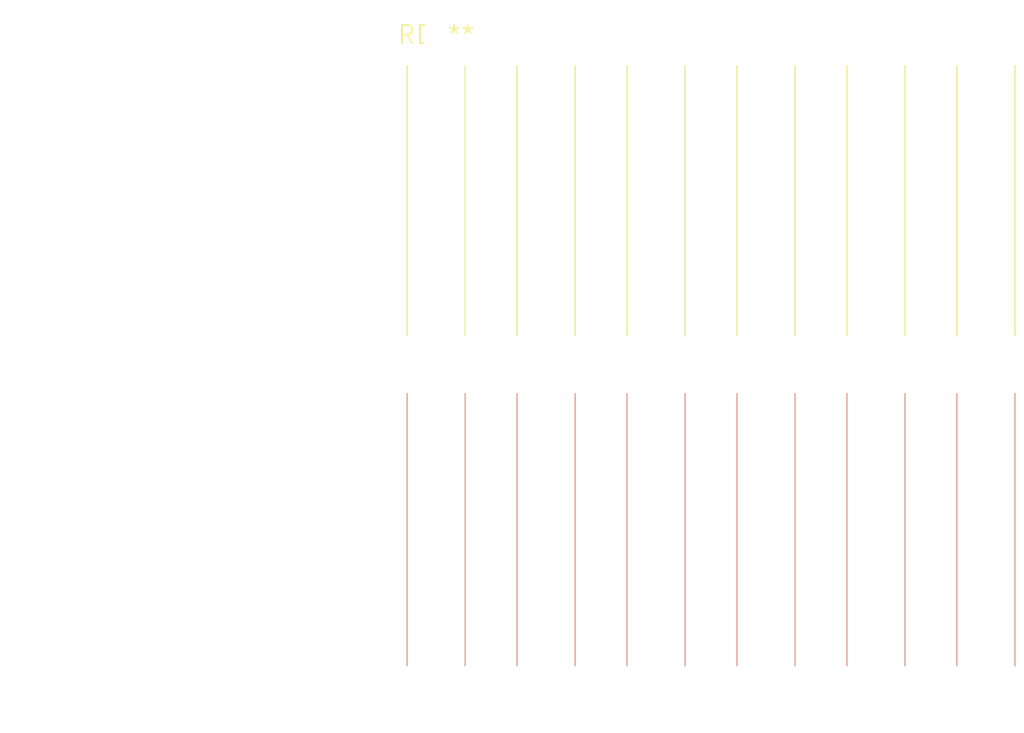
<source format=kicad_pcb>
(kicad_pcb (version 20240108) (generator pcbnew)
  (layers (0 "F.Cu" signal) (31 "B.Cu" signal) (34 "B.Paste" user) (35 "F.Paste" user) (36 "B.SilkS" user "B.Silkscreen") (37 "F.SilkS" user "F.Silkscreen") (38 "B.Mask" user) (39 "F.Mask" user) (44 "Edge.Cuts" user))
  (net 0 "")
  (footprint "SolderWire-1.5sqmm_1x06_P7.8mm_D1.7mm_OD3.9mm_Relief2x" (layer "F.Cu") (at 0 0)
    (property "Reference" "REF**")
    (property "Value" "SolderWire-1.5sqmm_1x06_P7.8mm_D1.7mm_OD3.9mm_Relief2x")
    (fp_line (start -2.06 25.46) (end -2.06 44.74) (layer "B.SilkS") (stroke (width 0.12)))
    (fp_line (start 2.06 25.46) (end 2.06 44.74) (layer "B.SilkS") (stroke (width 0.12)))
    (fp_line (start 5.74 25.46) (end 5.74 44.74) (layer "B.SilkS") (stroke (width 0.12)))
    (fp_line (start 9.86 25.46) (end 9.86 44.74) (layer "B.SilkS") (stroke (width 0.12)))
    (fp_line (start 13.54 25.46) (end 13.54 44.74) (layer "B.SilkS") (stroke (width 0.12)))
    (fp_line (start 17.66 25.46) (end 17.66 44.74) (layer "B.SilkS") (stroke (width 0.12)))
    (fp_line (start 21.34 25.46) (end 21.34 44.74) (layer "B.SilkS") (stroke (width 0.12)))
    (fp_line (start 25.46 25.46) (end 25.46 44.74) (layer "B.SilkS") (stroke (width 0.12)))
    (fp_line (start 29.14 25.46) (end 29.14 44.74) (layer "B.SilkS") (stroke (width 0.12)))
    (fp_line (start 33.26 25.46) (end 33.26 44.74) (layer "B.SilkS") (stroke (width 0.12)))
    (fp_line (start 36.94 25.46) (end 36.94 44.74) (layer "B.SilkS") (stroke (width 0.12)))
    (fp_line (start 41.06 25.46) (end 41.06 44.74) (layer "B.SilkS") (stroke (width 0.12)))
    (fp_line (start -2.06 2.21) (end -2.06 21.34) (layer "F.SilkS") (stroke (width 0.12)))
    (fp_line (start 2.06 2.21) (end 2.06 21.34) (layer "F.SilkS") (stroke (width 0.12)))
    (fp_line (start 5.74 2.21) (end 5.74 21.34) (layer "F.SilkS") (stroke (width 0.12)))
    (fp_line (start 9.86 2.21) (end 9.86 21.34) (layer "F.SilkS") (stroke (width 0.12)))
    (fp_line (start 13.54 2.21) (end 13.54 21.34) (layer "F.SilkS") (stroke (width 0.12)))
    (fp_line (start 17.66 2.21) (end 17.66 21.34) (layer "F.SilkS") (stroke (width 0.12)))
    (fp_line (start 21.34 2.21) (end 21.34 21.34) (layer "F.SilkS") (stroke (width 0.12)))
    (fp_line (start 25.46 2.21) (end 25.46 21.34) (layer "F.SilkS") (stroke (width 0.12)))
    (fp_line (start 29.14 2.21) (end 29.14 21.34) (layer "F.SilkS") (stroke (width 0.12)))
    (fp_line (start 33.26 2.21) (end 33.26 21.34) (layer "F.SilkS") (stroke (width 0.12)))
    (fp_line (start 36.94 2.21) (end 36.94 21.34) (layer "F.SilkS") (stroke (width 0.12)))
    (fp_line (start 41.06 2.21) (end 41.06 21.34) (layer "F.SilkS") (stroke (width 0.12)))
    (pad "" np_thru_hole circle (at 0 23.4) (size 4.4 4.4) (drill 4.4) (layers *.Cu *.Mask))
    (pad "" np_thru_hole circle (at 0 46.8) (size 4.4 4.4) (drill 4.4) (layers *.Cu *.Mask))
    (pad "" np_thru_hole circle (at 7.8 23.4) (size 4.4 4.4) (drill 4.4) (layers *.Cu *.Mask))
    (pad "" np_thru_hole circle (at 7.8 46.8) (size 4.4 4.4) (drill 4.4) (layers *.Cu *.Mask))
    (pad "" np_thru_hole circle (at 15.6 23.4) (size 4.4 4.4) (drill 4.4) (layers *.Cu *.Mask))
    (pad "" np_thru_hole circle (at 15.6 46.8) (size 4.4 4.4) (drill 4.4) (layers *.Cu *.Mask))
    (pad "" np_thru_hole circle (at 23.4 23.4) (size 4.4 4.4) (drill 4.4) (layers *.Cu *.Mask))
    (pad "" np_thru_hole circle (at 23.4 46.8) (size 4.4 4.4) (drill 4.4) (layers *.Cu *.Mask))
    (pad "" np_thru_hole circle (at 31.2 23.4) (size 4.4 4.4) (drill 4.4) (layers *.Cu *.Mask))
    (pad "" np_thru_hole circle (at 31.2 46.8) (size 4.4 4.4) (drill 4.4) (layers *.Cu *.Mask))
    (pad "" np_thru_hole circle (at 39 23.4) (size 4.4 4.4) (drill 4.4) (layers *.Cu *.Mask))
    (pad "" np_thru_hole circle (at 39 46.8) (size 4.4 4.4) (drill 4.4) (layers *.Cu *.Mask))
    (pad "1" thru_hole roundrect (at 0 0) (size 3.9 3.9) (drill 2.1) (layers *.Cu *.Mask) (remove_unused_layers) (roundrect_rratio 0.064103))
    (pad "2" thru_hole circle (at 7.8 0) (size 3.9 3.9) (drill 2.1) (layers *.Cu *.Mask) (remove_unused_layers))
    (pad "3" thru_hole circle (at 15.6 0) (size 3.9 3.9) (drill 2.1) (layers *.Cu *.Mask) (remove_unused_layers))
    (pad "4" thru_hole circle (at 23.4 0) (size 3.9 3.9) (drill 2.1) (layers *.Cu *.Mask) (remove_unused_layers))
    (pad "5" thru_hole circle (at 31.2 0) (size 3.9 3.9) (drill 2.1) (layers *.Cu *.Mask) (remove_unused_layers))
    (pad "6" thru_hole circle (at 39 0) (size 3.9 3.9) (drill 2.1) (layers *.Cu *.Mask) (remove_unused_layers))
  )
)
</source>
